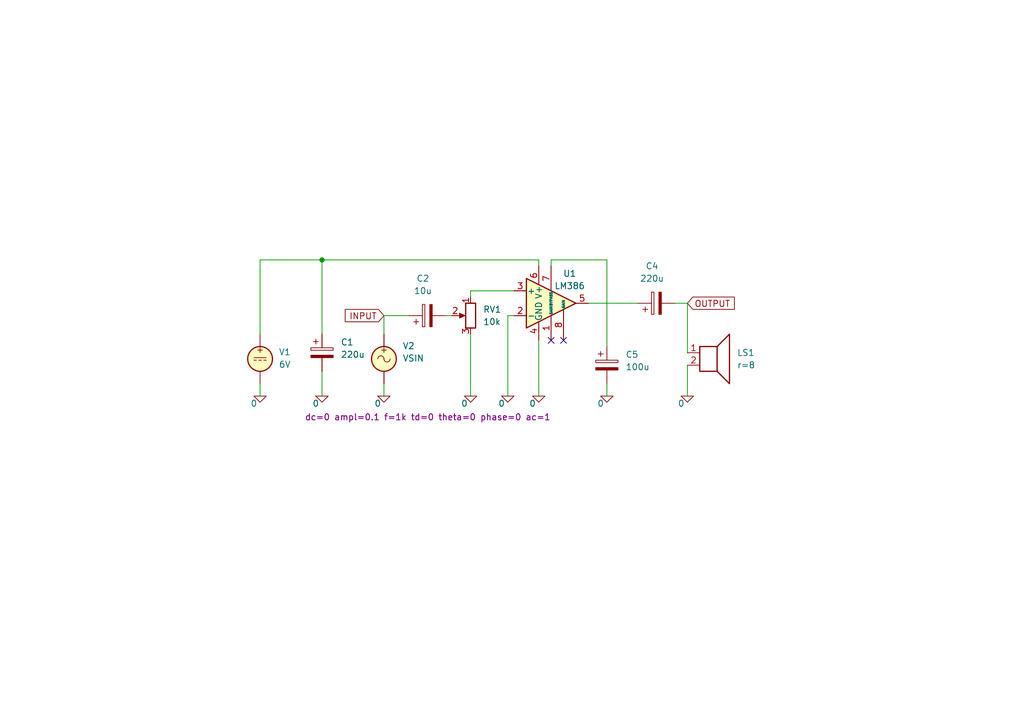
<source format=kicad_sch>
(kicad_sch
	(version 20231120)
	(generator "eeschema")
	(generator_version "8.0")
	(uuid "5f848165-ec96-4f3e-be14-bab1aa8ce7bc")
	(paper "A5")
	(lib_symbols
		(symbol "Amplifier_Audio:LM386"
			(pin_names
				(offset 0.127)
			)
			(exclude_from_sim no)
			(in_bom yes)
			(on_board yes)
			(property "Reference" "U"
				(at 1.27 7.62 0)
				(effects
					(font
						(size 1.27 1.27)
					)
					(justify left)
				)
			)
			(property "Value" "LM386"
				(at 1.27 5.08 0)
				(effects
					(font
						(size 1.27 1.27)
					)
					(justify left)
				)
			)
			(property "Footprint" ""
				(at 2.54 2.54 0)
				(effects
					(font
						(size 1.27 1.27)
					)
					(hide yes)
				)
			)
			(property "Datasheet" "http://www.ti.com/lit/ds/symlink/lm386.pdf"
				(at 5.08 5.08 0)
				(effects
					(font
						(size 1.27 1.27)
					)
					(hide yes)
				)
			)
			(property "Description" "Low Voltage Audio Power Amplifier, DIP-8/SOIC-8/SSOP-8"
				(at 0 0 0)
				(effects
					(font
						(size 1.27 1.27)
					)
					(hide yes)
				)
			)
			(property "ki_keywords" "single Power opamp"
				(at 0 0 0)
				(effects
					(font
						(size 1.27 1.27)
					)
					(hide yes)
				)
			)
			(property "ki_fp_filters" "SOIC*3.9x4.9mm*P1.27mm* DIP*W7.62mm* MSSOP*P0.65mm* TSSOP*3x3mm*P0.5mm*"
				(at 0 0 0)
				(effects
					(font
						(size 1.27 1.27)
					)
					(hide yes)
				)
			)
			(symbol "LM386_0_1"
				(polyline
					(pts
						(xy 5.08 0) (xy -5.08 5.08) (xy -5.08 -5.08) (xy 5.08 0)
					)
					(stroke
						(width 0.254)
						(type default)
					)
					(fill
						(type background)
					)
				)
			)
			(symbol "LM386_1_1"
				(pin input line
					(at 0 -7.62 90)
					(length 5.08)
					(name "GAIN"
						(effects
							(font
								(size 0.508 0.508)
							)
						)
					)
					(number "1"
						(effects
							(font
								(size 1.27 1.27)
							)
						)
					)
				)
				(pin input line
					(at -7.62 -2.54 0)
					(length 2.54)
					(name "-"
						(effects
							(font
								(size 1.27 1.27)
							)
						)
					)
					(number "2"
						(effects
							(font
								(size 1.27 1.27)
							)
						)
					)
				)
				(pin input line
					(at -7.62 2.54 0)
					(length 2.54)
					(name "+"
						(effects
							(font
								(size 1.27 1.27)
							)
						)
					)
					(number "3"
						(effects
							(font
								(size 1.27 1.27)
							)
						)
					)
				)
				(pin power_in line
					(at -2.54 -7.62 90)
					(length 3.81)
					(name "GND"
						(effects
							(font
								(size 1.27 1.27)
							)
						)
					)
					(number "4"
						(effects
							(font
								(size 1.27 1.27)
							)
						)
					)
				)
				(pin output line
					(at 7.62 0 180)
					(length 2.54)
					(name "~"
						(effects
							(font
								(size 1.27 1.27)
							)
						)
					)
					(number "5"
						(effects
							(font
								(size 1.27 1.27)
							)
						)
					)
				)
				(pin power_in line
					(at -2.54 7.62 270)
					(length 3.81)
					(name "V+"
						(effects
							(font
								(size 1.27 1.27)
							)
						)
					)
					(number "6"
						(effects
							(font
								(size 1.27 1.27)
							)
						)
					)
				)
				(pin input line
					(at 0 7.62 270)
					(length 5.08)
					(name "BYPASS"
						(effects
							(font
								(size 0.508 0.508)
							)
						)
					)
					(number "7"
						(effects
							(font
								(size 1.27 1.27)
							)
						)
					)
				)
				(pin input line
					(at 2.54 -7.62 90)
					(length 6.35)
					(name "GAIN"
						(effects
							(font
								(size 0.508 0.508)
							)
						)
					)
					(number "8"
						(effects
							(font
								(size 1.27 1.27)
							)
						)
					)
				)
			)
		)
		(symbol "Device:C_Polarized"
			(pin_numbers hide)
			(pin_names
				(offset 0.254)
			)
			(exclude_from_sim no)
			(in_bom yes)
			(on_board yes)
			(property "Reference" "C"
				(at 0.635 2.54 0)
				(effects
					(font
						(size 1.27 1.27)
					)
					(justify left)
				)
			)
			(property "Value" "C_Polarized"
				(at 0.635 -2.54 0)
				(effects
					(font
						(size 1.27 1.27)
					)
					(justify left)
				)
			)
			(property "Footprint" ""
				(at 0.9652 -3.81 0)
				(effects
					(font
						(size 1.27 1.27)
					)
					(hide yes)
				)
			)
			(property "Datasheet" "~"
				(at 0 0 0)
				(effects
					(font
						(size 1.27 1.27)
					)
					(hide yes)
				)
			)
			(property "Description" "Polarized capacitor"
				(at 0 0 0)
				(effects
					(font
						(size 1.27 1.27)
					)
					(hide yes)
				)
			)
			(property "ki_keywords" "cap capacitor"
				(at 0 0 0)
				(effects
					(font
						(size 1.27 1.27)
					)
					(hide yes)
				)
			)
			(property "ki_fp_filters" "CP_*"
				(at 0 0 0)
				(effects
					(font
						(size 1.27 1.27)
					)
					(hide yes)
				)
			)
			(symbol "C_Polarized_0_1"
				(rectangle
					(start -2.286 0.508)
					(end 2.286 1.016)
					(stroke
						(width 0)
						(type default)
					)
					(fill
						(type none)
					)
				)
				(polyline
					(pts
						(xy -1.778 2.286) (xy -0.762 2.286)
					)
					(stroke
						(width 0)
						(type default)
					)
					(fill
						(type none)
					)
				)
				(polyline
					(pts
						(xy -1.27 2.794) (xy -1.27 1.778)
					)
					(stroke
						(width 0)
						(type default)
					)
					(fill
						(type none)
					)
				)
				(rectangle
					(start 2.286 -0.508)
					(end -2.286 -1.016)
					(stroke
						(width 0)
						(type default)
					)
					(fill
						(type outline)
					)
				)
			)
			(symbol "C_Polarized_1_1"
				(pin passive line
					(at 0 3.81 270)
					(length 2.794)
					(name "~"
						(effects
							(font
								(size 1.27 1.27)
							)
						)
					)
					(number "1"
						(effects
							(font
								(size 1.27 1.27)
							)
						)
					)
				)
				(pin passive line
					(at 0 -3.81 90)
					(length 2.794)
					(name "~"
						(effects
							(font
								(size 1.27 1.27)
							)
						)
					)
					(number "2"
						(effects
							(font
								(size 1.27 1.27)
							)
						)
					)
				)
			)
		)
		(symbol "Device:R_Potentiometer"
			(pin_names
				(offset 1.016) hide)
			(exclude_from_sim no)
			(in_bom yes)
			(on_board yes)
			(property "Reference" "RV"
				(at -4.445 0 90)
				(effects
					(font
						(size 1.27 1.27)
					)
				)
			)
			(property "Value" "R_Potentiometer"
				(at -2.54 0 90)
				(effects
					(font
						(size 1.27 1.27)
					)
				)
			)
			(property "Footprint" ""
				(at 0 0 0)
				(effects
					(font
						(size 1.27 1.27)
					)
					(hide yes)
				)
			)
			(property "Datasheet" "~"
				(at 0 0 0)
				(effects
					(font
						(size 1.27 1.27)
					)
					(hide yes)
				)
			)
			(property "Description" "Potentiometer"
				(at 0 0 0)
				(effects
					(font
						(size 1.27 1.27)
					)
					(hide yes)
				)
			)
			(property "ki_keywords" "resistor variable"
				(at 0 0 0)
				(effects
					(font
						(size 1.27 1.27)
					)
					(hide yes)
				)
			)
			(property "ki_fp_filters" "Potentiometer*"
				(at 0 0 0)
				(effects
					(font
						(size 1.27 1.27)
					)
					(hide yes)
				)
			)
			(symbol "R_Potentiometer_0_1"
				(polyline
					(pts
						(xy 2.54 0) (xy 1.524 0)
					)
					(stroke
						(width 0)
						(type default)
					)
					(fill
						(type none)
					)
				)
				(polyline
					(pts
						(xy 1.143 0) (xy 2.286 0.508) (xy 2.286 -0.508) (xy 1.143 0)
					)
					(stroke
						(width 0)
						(type default)
					)
					(fill
						(type outline)
					)
				)
				(rectangle
					(start 1.016 2.54)
					(end -1.016 -2.54)
					(stroke
						(width 0.254)
						(type default)
					)
					(fill
						(type none)
					)
				)
			)
			(symbol "R_Potentiometer_1_1"
				(pin passive line
					(at 0 3.81 270)
					(length 1.27)
					(name "1"
						(effects
							(font
								(size 1.27 1.27)
							)
						)
					)
					(number "1"
						(effects
							(font
								(size 1.27 1.27)
							)
						)
					)
				)
				(pin passive line
					(at 3.81 0 180)
					(length 1.27)
					(name "2"
						(effects
							(font
								(size 1.27 1.27)
							)
						)
					)
					(number "2"
						(effects
							(font
								(size 1.27 1.27)
							)
						)
					)
				)
				(pin passive line
					(at 0 -3.81 90)
					(length 1.27)
					(name "3"
						(effects
							(font
								(size 1.27 1.27)
							)
						)
					)
					(number "3"
						(effects
							(font
								(size 1.27 1.27)
							)
						)
					)
				)
			)
		)
		(symbol "Device:Speaker"
			(pin_names
				(offset 0) hide)
			(exclude_from_sim no)
			(in_bom yes)
			(on_board yes)
			(property "Reference" "LS"
				(at 1.27 5.715 0)
				(effects
					(font
						(size 1.27 1.27)
					)
					(justify right)
				)
			)
			(property "Value" "Speaker"
				(at 1.27 3.81 0)
				(effects
					(font
						(size 1.27 1.27)
					)
					(justify right)
				)
			)
			(property "Footprint" ""
				(at 0 -5.08 0)
				(effects
					(font
						(size 1.27 1.27)
					)
					(hide yes)
				)
			)
			(property "Datasheet" "~"
				(at -0.254 -1.27 0)
				(effects
					(font
						(size 1.27 1.27)
					)
					(hide yes)
				)
			)
			(property "Description" "Speaker"
				(at 0 0 0)
				(effects
					(font
						(size 1.27 1.27)
					)
					(hide yes)
				)
			)
			(property "ki_keywords" "speaker sound"
				(at 0 0 0)
				(effects
					(font
						(size 1.27 1.27)
					)
					(hide yes)
				)
			)
			(symbol "Speaker_0_0"
				(rectangle
					(start -2.54 1.27)
					(end 1.016 -3.81)
					(stroke
						(width 0.254)
						(type default)
					)
					(fill
						(type none)
					)
				)
				(polyline
					(pts
						(xy 1.016 1.27) (xy 3.556 3.81) (xy 3.556 -6.35) (xy 1.016 -3.81)
					)
					(stroke
						(width 0.254)
						(type default)
					)
					(fill
						(type none)
					)
				)
			)
			(symbol "Speaker_1_1"
				(pin input line
					(at -5.08 0 0)
					(length 2.54)
					(name "1"
						(effects
							(font
								(size 1.27 1.27)
							)
						)
					)
					(number "1"
						(effects
							(font
								(size 1.27 1.27)
							)
						)
					)
				)
				(pin input line
					(at -5.08 -2.54 0)
					(length 2.54)
					(name "2"
						(effects
							(font
								(size 1.27 1.27)
							)
						)
					)
					(number "2"
						(effects
							(font
								(size 1.27 1.27)
							)
						)
					)
				)
			)
		)
		(symbol "Simulation_SPICE:0"
			(power)
			(pin_numbers hide)
			(pin_names
				(offset 0) hide)
			(exclude_from_sim no)
			(in_bom yes)
			(on_board yes)
			(property "Reference" "#GND"
				(at 0 -5.08 0)
				(effects
					(font
						(size 1.27 1.27)
					)
					(hide yes)
				)
			)
			(property "Value" "0"
				(at 0 -2.54 0)
				(effects
					(font
						(size 1.27 1.27)
					)
				)
			)
			(property "Footprint" ""
				(at 0 0 0)
				(effects
					(font
						(size 1.27 1.27)
					)
					(hide yes)
				)
			)
			(property "Datasheet" "https://ngspice.sourceforge.io/docs/ngspice-html-manual/manual.xhtml#subsec_Circuit_elements__device"
				(at 0 -10.16 0)
				(effects
					(font
						(size 1.27 1.27)
					)
					(hide yes)
				)
			)
			(property "Description" "0V reference potential for simulation"
				(at 0 -7.62 0)
				(effects
					(font
						(size 1.27 1.27)
					)
					(hide yes)
				)
			)
			(property "ki_keywords" "simulation"
				(at 0 0 0)
				(effects
					(font
						(size 1.27 1.27)
					)
					(hide yes)
				)
			)
			(symbol "0_0_1"
				(polyline
					(pts
						(xy -1.27 0) (xy 0 -1.27) (xy 1.27 0) (xy -1.27 0)
					)
					(stroke
						(width 0)
						(type default)
					)
					(fill
						(type none)
					)
				)
			)
			(symbol "0_1_1"
				(pin power_in line
					(at 0 0 0)
					(length 0)
					(name "~"
						(effects
							(font
								(size 1.016 1.016)
							)
						)
					)
					(number "1"
						(effects
							(font
								(size 1.016 1.016)
							)
						)
					)
				)
			)
		)
		(symbol "Simulation_SPICE:VDC"
			(pin_numbers hide)
			(pin_names
				(offset 0.0254)
			)
			(exclude_from_sim no)
			(in_bom yes)
			(on_board yes)
			(property "Reference" "V"
				(at 2.54 2.54 0)
				(effects
					(font
						(size 1.27 1.27)
					)
					(justify left)
				)
			)
			(property "Value" "1"
				(at 2.54 0 0)
				(effects
					(font
						(size 1.27 1.27)
					)
					(justify left)
				)
			)
			(property "Footprint" ""
				(at 0 0 0)
				(effects
					(font
						(size 1.27 1.27)
					)
					(hide yes)
				)
			)
			(property "Datasheet" "https://ngspice.sourceforge.io/docs/ngspice-html-manual/manual.xhtml#sec_Independent_Sources_for"
				(at 0 0 0)
				(effects
					(font
						(size 1.27 1.27)
					)
					(hide yes)
				)
			)
			(property "Description" "Voltage source, DC"
				(at 0 0 0)
				(effects
					(font
						(size 1.27 1.27)
					)
					(hide yes)
				)
			)
			(property "Sim.Pins" "1=+ 2=-"
				(at 0 0 0)
				(effects
					(font
						(size 1.27 1.27)
					)
					(hide yes)
				)
			)
			(property "Sim.Type" "DC"
				(at 0 0 0)
				(effects
					(font
						(size 1.27 1.27)
					)
					(hide yes)
				)
			)
			(property "Sim.Device" "V"
				(at 0 0 0)
				(effects
					(font
						(size 1.27 1.27)
					)
					(justify left)
					(hide yes)
				)
			)
			(property "ki_keywords" "simulation"
				(at 0 0 0)
				(effects
					(font
						(size 1.27 1.27)
					)
					(hide yes)
				)
			)
			(symbol "VDC_0_0"
				(polyline
					(pts
						(xy -1.27 0.254) (xy 1.27 0.254)
					)
					(stroke
						(width 0)
						(type default)
					)
					(fill
						(type none)
					)
				)
				(polyline
					(pts
						(xy -0.762 -0.254) (xy -1.27 -0.254)
					)
					(stroke
						(width 0)
						(type default)
					)
					(fill
						(type none)
					)
				)
				(polyline
					(pts
						(xy 0.254 -0.254) (xy -0.254 -0.254)
					)
					(stroke
						(width 0)
						(type default)
					)
					(fill
						(type none)
					)
				)
				(polyline
					(pts
						(xy 1.27 -0.254) (xy 0.762 -0.254)
					)
					(stroke
						(width 0)
						(type default)
					)
					(fill
						(type none)
					)
				)
				(text "+"
					(at 0 1.905 0)
					(effects
						(font
							(size 1.27 1.27)
						)
					)
				)
			)
			(symbol "VDC_0_1"
				(circle
					(center 0 0)
					(radius 2.54)
					(stroke
						(width 0.254)
						(type default)
					)
					(fill
						(type background)
					)
				)
			)
			(symbol "VDC_1_1"
				(pin passive line
					(at 0 5.08 270)
					(length 2.54)
					(name "~"
						(effects
							(font
								(size 1.27 1.27)
							)
						)
					)
					(number "1"
						(effects
							(font
								(size 1.27 1.27)
							)
						)
					)
				)
				(pin passive line
					(at 0 -5.08 90)
					(length 2.54)
					(name "~"
						(effects
							(font
								(size 1.27 1.27)
							)
						)
					)
					(number "2"
						(effects
							(font
								(size 1.27 1.27)
							)
						)
					)
				)
			)
		)
		(symbol "Simulation_SPICE:VSIN"
			(pin_numbers hide)
			(pin_names
				(offset 0.0254)
			)
			(exclude_from_sim no)
			(in_bom yes)
			(on_board yes)
			(property "Reference" "V"
				(at 2.54 2.54 0)
				(effects
					(font
						(size 1.27 1.27)
					)
					(justify left)
				)
			)
			(property "Value" "VSIN"
				(at 2.54 0 0)
				(effects
					(font
						(size 1.27 1.27)
					)
					(justify left)
				)
			)
			(property "Footprint" ""
				(at 0 0 0)
				(effects
					(font
						(size 1.27 1.27)
					)
					(hide yes)
				)
			)
			(property "Datasheet" "https://ngspice.sourceforge.io/docs/ngspice-html-manual/manual.xhtml#sec_Independent_Sources_for"
				(at 0 0 0)
				(effects
					(font
						(size 1.27 1.27)
					)
					(hide yes)
				)
			)
			(property "Description" "Voltage source, sinusoidal"
				(at 0 0 0)
				(effects
					(font
						(size 1.27 1.27)
					)
					(hide yes)
				)
			)
			(property "Sim.Pins" "1=+ 2=-"
				(at 0 0 0)
				(effects
					(font
						(size 1.27 1.27)
					)
					(hide yes)
				)
			)
			(property "Sim.Params" "dc=0 ampl=1 f=1k ac=1"
				(at 2.54 -2.54 0)
				(effects
					(font
						(size 1.27 1.27)
					)
					(justify left)
				)
			)
			(property "Sim.Type" "SIN"
				(at 0 0 0)
				(effects
					(font
						(size 1.27 1.27)
					)
					(hide yes)
				)
			)
			(property "Sim.Device" "V"
				(at 0 0 0)
				(effects
					(font
						(size 1.27 1.27)
					)
					(justify left)
					(hide yes)
				)
			)
			(property "ki_keywords" "simulation ac vac"
				(at 0 0 0)
				(effects
					(font
						(size 1.27 1.27)
					)
					(hide yes)
				)
			)
			(symbol "VSIN_0_0"
				(arc
					(start 0 0)
					(mid -0.635 0.6323)
					(end -1.27 0)
					(stroke
						(width 0)
						(type default)
					)
					(fill
						(type none)
					)
				)
				(arc
					(start 0 0)
					(mid 0.635 -0.6323)
					(end 1.27 0)
					(stroke
						(width 0)
						(type default)
					)
					(fill
						(type none)
					)
				)
				(text "+"
					(at 0 1.905 0)
					(effects
						(font
							(size 1.27 1.27)
						)
					)
				)
			)
			(symbol "VSIN_0_1"
				(circle
					(center 0 0)
					(radius 2.54)
					(stroke
						(width 0.254)
						(type default)
					)
					(fill
						(type background)
					)
				)
			)
			(symbol "VSIN_1_1"
				(pin passive line
					(at 0 5.08 270)
					(length 2.54)
					(name "~"
						(effects
							(font
								(size 1.27 1.27)
							)
						)
					)
					(number "1"
						(effects
							(font
								(size 1.27 1.27)
							)
						)
					)
				)
				(pin passive line
					(at 0 -5.08 90)
					(length 2.54)
					(name "~"
						(effects
							(font
								(size 1.27 1.27)
							)
						)
					)
					(number "2"
						(effects
							(font
								(size 1.27 1.27)
							)
						)
					)
				)
			)
		)
	)
	(junction
		(at 66.04 53.34)
		(diameter 0)
		(color 0 0 0 0)
		(uuid "f1b4a55f-61bc-4d84-ae66-fa0599cacc6d")
	)
	(no_connect
		(at 113.03 69.85)
		(uuid "1e995726-ebb0-4943-bdf1-c393f959afd9")
	)
	(no_connect
		(at 115.57 69.85)
		(uuid "9f57208f-584c-49df-bf0a-3cc43c5deeda")
	)
	(wire
		(pts
			(xy 140.97 62.23) (xy 140.97 72.39)
		)
		(stroke
			(width 0)
			(type default)
		)
		(uuid "0573aee1-aae2-4e35-9eb3-426aedcd22b2")
	)
	(wire
		(pts
			(xy 66.04 76.2) (xy 66.04 81.28)
		)
		(stroke
			(width 0)
			(type default)
		)
		(uuid "171e16cb-9479-4408-a128-d1e47f920739")
	)
	(wire
		(pts
			(xy 105.41 64.77) (xy 104.14 64.77)
		)
		(stroke
			(width 0)
			(type default)
		)
		(uuid "1bfd6c5e-33c8-4470-bb87-a620632553da")
	)
	(wire
		(pts
			(xy 124.46 53.34) (xy 124.46 71.12)
		)
		(stroke
			(width 0)
			(type default)
		)
		(uuid "1d481b2c-9b6e-459c-a91b-520b45a695ce")
	)
	(wire
		(pts
			(xy 124.46 78.74) (xy 124.46 81.28)
		)
		(stroke
			(width 0)
			(type default)
		)
		(uuid "1eecc98b-cebc-4bbd-879a-6557ba9fdc90")
	)
	(wire
		(pts
			(xy 66.04 53.34) (xy 66.04 68.58)
		)
		(stroke
			(width 0)
			(type default)
		)
		(uuid "30177051-0fd9-449e-827f-5fb4e128fbc7")
	)
	(wire
		(pts
			(xy 78.74 64.77) (xy 78.74 68.58)
		)
		(stroke
			(width 0)
			(type default)
		)
		(uuid "3d58bdc9-70e4-425e-a4f2-9c7d776da2f8")
	)
	(wire
		(pts
			(xy 53.34 78.74) (xy 53.34 81.28)
		)
		(stroke
			(width 0)
			(type default)
		)
		(uuid "498ddd7e-8a57-4f64-a9d1-1370f937b9e0")
	)
	(wire
		(pts
			(xy 92.71 64.77) (xy 91.44 64.77)
		)
		(stroke
			(width 0)
			(type default)
		)
		(uuid "5a4fdf9b-9228-437d-bf5f-e8e39c9fc316")
	)
	(wire
		(pts
			(xy 66.04 53.34) (xy 110.49 53.34)
		)
		(stroke
			(width 0)
			(type default)
		)
		(uuid "923550f8-7938-4e8f-ba59-674765e51ebb")
	)
	(wire
		(pts
			(xy 120.65 62.23) (xy 130.81 62.23)
		)
		(stroke
			(width 0)
			(type default)
		)
		(uuid "966386d1-c742-4082-85f5-df2f89e59475")
	)
	(wire
		(pts
			(xy 104.14 64.77) (xy 104.14 81.28)
		)
		(stroke
			(width 0)
			(type default)
		)
		(uuid "984fb87b-2a3d-4e74-ab5b-3fb425e1d944")
	)
	(wire
		(pts
			(xy 53.34 68.58) (xy 53.34 53.34)
		)
		(stroke
			(width 0)
			(type default)
		)
		(uuid "9cd54509-4e35-4f85-b1a1-515427ef6cdd")
	)
	(wire
		(pts
			(xy 113.03 53.34) (xy 124.46 53.34)
		)
		(stroke
			(width 0)
			(type default)
		)
		(uuid "a68248aa-4b34-4ca6-8c1e-5925877875d2")
	)
	(wire
		(pts
			(xy 78.74 64.77) (xy 83.82 64.77)
		)
		(stroke
			(width 0)
			(type default)
		)
		(uuid "abbdf3ec-ad47-4edd-9e42-f9aa2c275419")
	)
	(wire
		(pts
			(xy 140.97 74.93) (xy 140.97 81.28)
		)
		(stroke
			(width 0)
			(type default)
		)
		(uuid "ac51ad46-0275-4f73-bcc0-127e4df8bb7a")
	)
	(wire
		(pts
			(xy 110.49 69.85) (xy 110.49 81.28)
		)
		(stroke
			(width 0)
			(type default)
		)
		(uuid "b4ac4c7d-8e71-4007-8971-3d69d2ed7aa6")
	)
	(wire
		(pts
			(xy 140.97 62.23) (xy 138.43 62.23)
		)
		(stroke
			(width 0)
			(type default)
		)
		(uuid "c06e654c-7604-4887-876e-b181d66e46ae")
	)
	(wire
		(pts
			(xy 96.52 59.69) (xy 105.41 59.69)
		)
		(stroke
			(width 0)
			(type default)
		)
		(uuid "c958735d-2f5b-4451-8500-25c360c1dd5f")
	)
	(wire
		(pts
			(xy 53.34 53.34) (xy 66.04 53.34)
		)
		(stroke
			(width 0)
			(type default)
		)
		(uuid "d983abdb-a837-44a3-af62-13e058461d87")
	)
	(wire
		(pts
			(xy 110.49 53.34) (xy 110.49 54.61)
		)
		(stroke
			(width 0)
			(type default)
		)
		(uuid "e89dd351-6c4d-4821-bfc7-f30af695fa4b")
	)
	(wire
		(pts
			(xy 78.74 78.74) (xy 78.74 81.28)
		)
		(stroke
			(width 0)
			(type default)
		)
		(uuid "e9182d44-e388-4f73-bbb8-5d30814f499e")
	)
	(wire
		(pts
			(xy 96.52 60.96) (xy 96.52 59.69)
		)
		(stroke
			(width 0)
			(type default)
		)
		(uuid "eb3af5ec-8ac7-4b1d-a68b-ee4b0205644d")
	)
	(wire
		(pts
			(xy 96.52 68.58) (xy 96.52 81.28)
		)
		(stroke
			(width 0)
			(type default)
		)
		(uuid "f38d4381-452f-4de8-910b-37176f065064")
	)
	(wire
		(pts
			(xy 113.03 54.61) (xy 113.03 53.34)
		)
		(stroke
			(width 0)
			(type default)
		)
		(uuid "fa91e738-868c-4043-a0d4-ab7288d5dc38")
	)
	(global_label "OUTPUT"
		(shape input)
		(at 140.97 62.23 0)
		(fields_autoplaced yes)
		(effects
			(font
				(size 1.27 1.27)
			)
			(justify left)
		)
		(uuid "4fc78548-2783-45e2-b2a3-0c79146ae210")
		(property "Intersheetrefs" "${INTERSHEET_REFS}"
			(at 151.1519 62.23 0)
			(effects
				(font
					(size 1.27 1.27)
				)
				(justify left)
				(hide yes)
			)
		)
	)
	(global_label "INPUT"
		(shape input)
		(at 78.74 64.77 180)
		(fields_autoplaced yes)
		(effects
			(font
				(size 1.27 1.27)
			)
			(justify right)
		)
		(uuid "81347662-fd7b-4e70-9e2d-a4aaf46163ee")
		(property "Intersheetrefs" "${INTERSHEET_REFS}"
			(at 70.2514 64.77 0)
			(effects
				(font
					(size 1.27 1.27)
				)
				(justify right)
				(hide yes)
			)
		)
	)
	(symbol
		(lib_id "Simulation_SPICE:0")
		(at 66.04 81.28 0)
		(unit 1)
		(exclude_from_sim no)
		(in_bom yes)
		(on_board yes)
		(dnp no)
		(uuid "05523013-c1d0-4091-8c7f-c1fd9c3d5e29")
		(property "Reference" "#GND02"
			(at 66.04 86.36 0)
			(effects
				(font
					(size 1.27 1.27)
				)
				(hide yes)
			)
		)
		(property "Value" "0"
			(at 64.77 82.804 0)
			(effects
				(font
					(size 1.27 1.27)
				)
			)
		)
		(property "Footprint" ""
			(at 66.04 81.28 0)
			(effects
				(font
					(size 1.27 1.27)
				)
				(hide yes)
			)
		)
		(property "Datasheet" "https://ngspice.sourceforge.io/docs/ngspice-html-manual/manual.xhtml#subsec_Circuit_elements__device"
			(at 66.04 91.44 0)
			(effects
				(font
					(size 1.27 1.27)
				)
				(hide yes)
			)
		)
		(property "Description" "0V reference potential for simulation"
			(at 66.04 88.9 0)
			(effects
				(font
					(size 1.27 1.27)
				)
				(hide yes)
			)
		)
		(pin "1"
			(uuid "07012d03-38c7-419c-a1e9-b27192c1c4cd")
		)
		(instances
			(project "Kicad_Amplificador"
				(path "/5f848165-ec96-4f3e-be14-bab1aa8ce7bc"
					(reference "#GND02")
					(unit 1)
				)
			)
		)
	)
	(symbol
		(lib_id "Amplifier_Audio:LM386")
		(at 113.03 62.23 0)
		(unit 1)
		(exclude_from_sim no)
		(in_bom yes)
		(on_board yes)
		(dnp no)
		(uuid "05daa1a0-48cb-4ee8-bd44-5569350a403d")
		(property "Reference" "U1"
			(at 116.84 56.134 0)
			(effects
				(font
					(size 1.27 1.27)
				)
			)
		)
		(property "Value" "LM386"
			(at 116.84 58.674 0)
			(effects
				(font
					(size 1.27 1.27)
				)
			)
		)
		(property "Footprint" ""
			(at 115.57 59.69 0)
			(effects
				(font
					(size 1.27 1.27)
				)
				(hide yes)
			)
		)
		(property "Datasheet" "http://www.ti.com/lit/ds/symlink/lm386.pdf"
			(at 118.11 57.15 0)
			(effects
				(font
					(size 1.27 1.27)
				)
				(hide yes)
			)
		)
		(property "Description" "Low Voltage Audio Power Amplifier, DIP-8/SOIC-8/SSOP-8"
			(at 113.03 62.23 0)
			(effects
				(font
					(size 1.27 1.27)
				)
				(hide yes)
			)
		)
		(property "Sim.Library" "LM386.lib"
			(at 113.03 62.23 0)
			(effects
				(font
					(size 1.27 1.27)
				)
				(hide yes)
			)
		)
		(property "Sim.Name" "LM386_TI"
			(at 113.03 62.23 0)
			(effects
				(font
					(size 1.27 1.27)
				)
				(hide yes)
			)
		)
		(property "Sim.Device" "SUBCKT"
			(at 113.03 62.23 0)
			(effects
				(font
					(size 1.27 1.27)
				)
				(hide yes)
			)
		)
		(property "Sim.Pins" "1=G1 2=INN 3=INP 4=DGND 5=OUT 6=VS 7=BYPASS 8=G8"
			(at 113.03 62.23 0)
			(effects
				(font
					(size 1.27 1.27)
				)
				(hide yes)
			)
		)
		(pin "6"
			(uuid "d4385251-69f1-4aea-99a7-4dc191096f8e")
		)
		(pin "1"
			(uuid "4d42d816-8ccb-4df1-8401-4836f05b4e42")
		)
		(pin "3"
			(uuid "4959b8ff-ebff-4230-9db1-8e644b6baf6a")
		)
		(pin "7"
			(uuid "f5a46355-d02c-4aaf-b5b5-7932902e5163")
		)
		(pin "4"
			(uuid "9978d976-68ca-4f72-8243-ee7dd6511f0d")
		)
		(pin "2"
			(uuid "76bb66ec-1d8d-4a0b-a32a-7c4852b5a504")
		)
		(pin "8"
			(uuid "e7a566b1-96d2-4c40-992b-b2aa7db1d419")
		)
		(pin "5"
			(uuid "e74e4684-7da3-4935-976f-e01a6e917ecc")
		)
		(instances
			(project ""
				(path "/5f848165-ec96-4f3e-be14-bab1aa8ce7bc"
					(reference "U1")
					(unit 1)
				)
			)
		)
	)
	(symbol
		(lib_id "Device:C_Polarized")
		(at 124.46 74.93 0)
		(unit 1)
		(exclude_from_sim no)
		(in_bom yes)
		(on_board yes)
		(dnp no)
		(fields_autoplaced yes)
		(uuid "0abb754e-6b85-4434-875c-d6f449c45aa5")
		(property "Reference" "C5"
			(at 128.27 72.7709 0)
			(effects
				(font
					(size 1.27 1.27)
				)
				(justify left)
			)
		)
		(property "Value" "100u"
			(at 128.27 75.3109 0)
			(effects
				(font
					(size 1.27 1.27)
				)
				(justify left)
			)
		)
		(property "Footprint" ""
			(at 125.4252 78.74 0)
			(effects
				(font
					(size 1.27 1.27)
				)
				(hide yes)
			)
		)
		(property "Datasheet" "~"
			(at 124.46 74.93 0)
			(effects
				(font
					(size 1.27 1.27)
				)
				(hide yes)
			)
		)
		(property "Description" "Polarized capacitor"
			(at 124.46 74.93 0)
			(effects
				(font
					(size 1.27 1.27)
				)
				(hide yes)
			)
		)
		(pin "2"
			(uuid "e73a72d1-c238-45aa-803c-1777bffa4c81")
		)
		(pin "1"
			(uuid "76cce0d5-88f4-4606-8866-a6acdd49e452")
		)
		(instances
			(project "Kicad_Amplificador"
				(path "/5f848165-ec96-4f3e-be14-bab1aa8ce7bc"
					(reference "C5")
					(unit 1)
				)
			)
		)
	)
	(symbol
		(lib_id "Simulation_SPICE:0")
		(at 140.97 81.28 0)
		(unit 1)
		(exclude_from_sim no)
		(in_bom yes)
		(on_board yes)
		(dnp no)
		(uuid "337b3dad-4879-450e-9781-d8ca09008974")
		(property "Reference" "#GND07"
			(at 140.97 86.36 0)
			(effects
				(font
					(size 1.27 1.27)
				)
				(hide yes)
			)
		)
		(property "Value" "0"
			(at 139.7 82.804 0)
			(effects
				(font
					(size 1.27 1.27)
				)
			)
		)
		(property "Footprint" ""
			(at 140.97 81.28 0)
			(effects
				(font
					(size 1.27 1.27)
				)
				(hide yes)
			)
		)
		(property "Datasheet" "https://ngspice.sourceforge.io/docs/ngspice-html-manual/manual.xhtml#subsec_Circuit_elements__device"
			(at 140.97 91.44 0)
			(effects
				(font
					(size 1.27 1.27)
				)
				(hide yes)
			)
		)
		(property "Description" "0V reference potential for simulation"
			(at 140.97 88.9 0)
			(effects
				(font
					(size 1.27 1.27)
				)
				(hide yes)
			)
		)
		(pin "1"
			(uuid "fe3b7e38-ddbe-4d04-8959-64d979dd1bdc")
		)
		(instances
			(project ""
				(path "/5f848165-ec96-4f3e-be14-bab1aa8ce7bc"
					(reference "#GND07")
					(unit 1)
				)
			)
		)
	)
	(symbol
		(lib_id "Device:R_Potentiometer")
		(at 96.52 64.77 0)
		(mirror y)
		(unit 1)
		(exclude_from_sim no)
		(in_bom yes)
		(on_board yes)
		(dnp no)
		(uuid "3f724918-81cc-47b2-af7a-d7ee5b4223b4")
		(property "Reference" "RV1"
			(at 99.06 63.4999 0)
			(effects
				(font
					(size 1.27 1.27)
				)
				(justify right)
			)
		)
		(property "Value" "10k"
			(at 99.06 66.0399 0)
			(effects
				(font
					(size 1.27 1.27)
				)
				(justify right)
			)
		)
		(property "Footprint" ""
			(at 96.52 64.77 0)
			(effects
				(font
					(size 1.27 1.27)
				)
				(hide yes)
			)
		)
		(property "Datasheet" "~"
			(at 96.52 64.77 0)
			(effects
				(font
					(size 1.27 1.27)
				)
				(hide yes)
			)
		)
		(property "Description" "Potentiometer"
			(at 96.52 64.77 0)
			(effects
				(font
					(size 1.27 1.27)
				)
				(hide yes)
			)
		)
		(property "Sim.Device" "R"
			(at 96.52 64.77 0)
			(effects
				(font
					(size 1.27 1.27)
				)
				(hide yes)
			)
		)
		(property "Sim.Type" "POT"
			(at 96.52 64.77 0)
			(effects
				(font
					(size 1.27 1.27)
				)
				(hide yes)
			)
		)
		(property "Sim.Pins" "1=r0 2=wiper 3=r1"
			(at 96.52 64.77 0)
			(effects
				(font
					(size 1.27 1.27)
				)
				(hide yes)
			)
		)
		(property "Sim.Params" "r=10k pos=0.5"
			(at 96.52 64.77 0)
			(effects
				(font
					(size 1.27 1.27)
				)
				(hide yes)
			)
		)
		(pin "1"
			(uuid "85b057eb-3775-4107-a827-25a76c147102")
		)
		(pin "2"
			(uuid "6928ade5-6f12-4b66-87df-a009d12cb972")
		)
		(pin "3"
			(uuid "d157e700-be93-4410-8907-e637a1a5e1d0")
		)
		(instances
			(project ""
				(path "/5f848165-ec96-4f3e-be14-bab1aa8ce7bc"
					(reference "RV1")
					(unit 1)
				)
			)
		)
	)
	(symbol
		(lib_id "Simulation_SPICE:0")
		(at 96.52 81.28 0)
		(unit 1)
		(exclude_from_sim no)
		(in_bom yes)
		(on_board yes)
		(dnp no)
		(uuid "4e7428dd-4341-440f-8591-f3c805c5206f")
		(property "Reference" "#GND04"
			(at 96.52 86.36 0)
			(effects
				(font
					(size 1.27 1.27)
				)
				(hide yes)
			)
		)
		(property "Value" "0"
			(at 95.25 82.804 0)
			(effects
				(font
					(size 1.27 1.27)
				)
			)
		)
		(property "Footprint" ""
			(at 96.52 81.28 0)
			(effects
				(font
					(size 1.27 1.27)
				)
				(hide yes)
			)
		)
		(property "Datasheet" "https://ngspice.sourceforge.io/docs/ngspice-html-manual/manual.xhtml#subsec_Circuit_elements__device"
			(at 96.52 91.44 0)
			(effects
				(font
					(size 1.27 1.27)
				)
				(hide yes)
			)
		)
		(property "Description" "0V reference potential for simulation"
			(at 96.52 88.9 0)
			(effects
				(font
					(size 1.27 1.27)
				)
				(hide yes)
			)
		)
		(pin "1"
			(uuid "9fffe978-d5ef-4b11-85ba-15705487a5a1")
		)
		(instances
			(project "Kicad_Amplificador"
				(path "/5f848165-ec96-4f3e-be14-bab1aa8ce7bc"
					(reference "#GND04")
					(unit 1)
				)
			)
		)
	)
	(symbol
		(lib_id "Device:Speaker")
		(at 146.05 72.39 0)
		(unit 1)
		(exclude_from_sim no)
		(in_bom yes)
		(on_board yes)
		(dnp no)
		(fields_autoplaced yes)
		(uuid "4efb2f78-3138-4b93-9711-bbbc58c085e2")
		(property "Reference" "LS1"
			(at 151.13 72.3899 0)
			(effects
				(font
					(size 1.27 1.27)
				)
				(justify left)
			)
		)
		(property "Value" "${SIM.PARAMS}"
			(at 151.13 74.9299 0)
			(effects
				(font
					(size 1.27 1.27)
				)
				(justify left)
			)
		)
		(property "Footprint" ""
			(at 146.05 77.47 0)
			(effects
				(font
					(size 1.27 1.27)
				)
				(hide yes)
			)
		)
		(property "Datasheet" "~"
			(at 145.796 73.66 0)
			(effects
				(font
					(size 1.27 1.27)
				)
				(hide yes)
			)
		)
		(property "Description" "Speaker"
			(at 146.05 72.39 0)
			(effects
				(font
					(size 1.27 1.27)
				)
				(hide yes)
			)
		)
		(property "Sim.Device" "R"
			(at 146.05 72.39 0)
			(effects
				(font
					(size 1.27 1.27)
				)
				(hide yes)
			)
		)
		(property "Sim.Pins" "1=+ 2=-"
			(at 146.05 72.39 0)
			(effects
				(font
					(size 1.27 1.27)
				)
				(hide yes)
			)
		)
		(property "Sim.Params" "r=8"
			(at 146.05 72.39 0)
			(effects
				(font
					(size 1.27 1.27)
				)
				(hide yes)
			)
		)
		(pin "1"
			(uuid "817277ab-42d5-4460-b5ec-cc30771ce641")
		)
		(pin "2"
			(uuid "1cec966b-3b6d-49d0-b0a1-d0eac27768c8")
		)
		(instances
			(project ""
				(path "/5f848165-ec96-4f3e-be14-bab1aa8ce7bc"
					(reference "LS1")
					(unit 1)
				)
			)
		)
	)
	(symbol
		(lib_id "Simulation_SPICE:VSIN")
		(at 78.74 73.66 0)
		(unit 1)
		(exclude_from_sim no)
		(in_bom yes)
		(on_board yes)
		(dnp no)
		(uuid "55f8d389-fefa-4f6a-9668-8631e834c8be")
		(property "Reference" "V2"
			(at 82.55 70.9901 0)
			(effects
				(font
					(size 1.27 1.27)
				)
				(justify left)
			)
		)
		(property "Value" "VSIN"
			(at 82.55 73.5301 0)
			(effects
				(font
					(size 1.27 1.27)
				)
				(justify left)
			)
		)
		(property "Footprint" ""
			(at 78.74 73.66 0)
			(effects
				(font
					(size 1.27 1.27)
				)
				(hide yes)
			)
		)
		(property "Datasheet" "https://ngspice.sourceforge.io/docs/ngspice-html-manual/manual.xhtml#sec_Independent_Sources_for"
			(at 78.74 73.66 0)
			(effects
				(font
					(size 1.27 1.27)
				)
				(hide yes)
			)
		)
		(property "Description" "Voltage source, sinusoidal"
			(at 78.74 73.66 0)
			(effects
				(font
					(size 1.27 1.27)
				)
				(hide yes)
			)
		)
		(property "Sim.Pins" "1=+ 2=-"
			(at 78.74 73.66 0)
			(effects
				(font
					(size 1.27 1.27)
				)
				(hide yes)
			)
		)
		(property "Sim.Params" "dc=0 ampl=0.1 f=1k td=0 theta=0 phase=0 ac=1"
			(at 62.484 85.598 0)
			(effects
				(font
					(size 1.27 1.27)
				)
				(justify left)
			)
		)
		(property "Sim.Type" "SIN"
			(at 78.74 73.66 0)
			(effects
				(font
					(size 1.27 1.27)
				)
				(hide yes)
			)
		)
		(property "Sim.Device" "V"
			(at 78.74 73.66 0)
			(effects
				(font
					(size 1.27 1.27)
				)
				(justify left)
				(hide yes)
			)
		)
		(pin "2"
			(uuid "26db7a1b-fcfe-4073-a0f3-9a75c57e4898")
		)
		(pin "1"
			(uuid "a9416ff6-b565-4163-a06b-851db8190f6c")
		)
		(instances
			(project ""
				(path "/5f848165-ec96-4f3e-be14-bab1aa8ce7bc"
					(reference "V2")
					(unit 1)
				)
			)
		)
	)
	(symbol
		(lib_id "Device:C_Polarized")
		(at 134.62 62.23 90)
		(unit 1)
		(exclude_from_sim no)
		(in_bom yes)
		(on_board yes)
		(dnp no)
		(fields_autoplaced yes)
		(uuid "74c6db63-4154-4bb1-b886-31ca14de410a")
		(property "Reference" "C4"
			(at 133.731 54.61 90)
			(effects
				(font
					(size 1.27 1.27)
				)
			)
		)
		(property "Value" "220u"
			(at 133.731 57.15 90)
			(effects
				(font
					(size 1.27 1.27)
				)
			)
		)
		(property "Footprint" ""
			(at 138.43 61.2648 0)
			(effects
				(font
					(size 1.27 1.27)
				)
				(hide yes)
			)
		)
		(property "Datasheet" "~"
			(at 134.62 62.23 0)
			(effects
				(font
					(size 1.27 1.27)
				)
				(hide yes)
			)
		)
		(property "Description" "Polarized capacitor"
			(at 134.62 62.23 0)
			(effects
				(font
					(size 1.27 1.27)
				)
				(hide yes)
			)
		)
		(property "Sim.Device" "C"
			(at 134.62 62.23 0)
			(effects
				(font
					(size 1.27 1.27)
				)
				(hide yes)
			)
		)
		(property "Sim.Pins" "1=+ 2=-"
			(at 134.62 62.23 0)
			(effects
				(font
					(size 1.27 1.27)
				)
				(hide yes)
			)
		)
		(pin "2"
			(uuid "b53f10eb-0bd0-4fdc-8a1a-a4b6b13c6f0b")
		)
		(pin "1"
			(uuid "e9ae60d5-18ea-41c2-b0d1-4093c7044255")
		)
		(instances
			(project "Kicad_Amplificador"
				(path "/5f848165-ec96-4f3e-be14-bab1aa8ce7bc"
					(reference "C4")
					(unit 1)
				)
			)
		)
	)
	(symbol
		(lib_id "Device:C_Polarized")
		(at 87.63 64.77 90)
		(unit 1)
		(exclude_from_sim no)
		(in_bom yes)
		(on_board yes)
		(dnp no)
		(fields_autoplaced yes)
		(uuid "7a9cb203-70f9-4118-808e-71b06a572f93")
		(property "Reference" "C2"
			(at 86.741 57.15 90)
			(effects
				(font
					(size 1.27 1.27)
				)
			)
		)
		(property "Value" "10u"
			(at 86.741 59.69 90)
			(effects
				(font
					(size 1.27 1.27)
				)
			)
		)
		(property "Footprint" ""
			(at 91.44 63.8048 0)
			(effects
				(font
					(size 1.27 1.27)
				)
				(hide yes)
			)
		)
		(property "Datasheet" "~"
			(at 87.63 64.77 0)
			(effects
				(font
					(size 1.27 1.27)
				)
				(hide yes)
			)
		)
		(property "Description" "Polarized capacitor"
			(at 87.63 64.77 0)
			(effects
				(font
					(size 1.27 1.27)
				)
				(hide yes)
			)
		)
		(pin "2"
			(uuid "56a0db6c-df4c-4301-9f12-ecdb53e9b10e")
		)
		(pin "1"
			(uuid "ec60e9c2-f687-48f7-b8fa-37486889d30e")
		)
		(instances
			(project ""
				(path "/5f848165-ec96-4f3e-be14-bab1aa8ce7bc"
					(reference "C2")
					(unit 1)
				)
			)
		)
	)
	(symbol
		(lib_id "Simulation_SPICE:0")
		(at 110.49 81.28 0)
		(unit 1)
		(exclude_from_sim no)
		(in_bom yes)
		(on_board yes)
		(dnp no)
		(uuid "82735b01-419d-4ea2-970d-501237d712ac")
		(property "Reference" "#GND06"
			(at 110.49 86.36 0)
			(effects
				(font
					(size 1.27 1.27)
				)
				(hide yes)
			)
		)
		(property "Value" "0"
			(at 109.22 82.804 0)
			(effects
				(font
					(size 1.27 1.27)
				)
			)
		)
		(property "Footprint" ""
			(at 110.49 81.28 0)
			(effects
				(font
					(size 1.27 1.27)
				)
				(hide yes)
			)
		)
		(property "Datasheet" "https://ngspice.sourceforge.io/docs/ngspice-html-manual/manual.xhtml#subsec_Circuit_elements__device"
			(at 110.49 91.44 0)
			(effects
				(font
					(size 1.27 1.27)
				)
				(hide yes)
			)
		)
		(property "Description" "0V reference potential for simulation"
			(at 110.49 88.9 0)
			(effects
				(font
					(size 1.27 1.27)
				)
				(hide yes)
			)
		)
		(pin "1"
			(uuid "09486727-5ba6-4f5f-ab45-0c190fc758ab")
		)
		(instances
			(project "Kicad_Amplificador"
				(path "/5f848165-ec96-4f3e-be14-bab1aa8ce7bc"
					(reference "#GND06")
					(unit 1)
				)
			)
		)
	)
	(symbol
		(lib_id "Device:C_Polarized")
		(at 66.04 72.39 0)
		(unit 1)
		(exclude_from_sim no)
		(in_bom yes)
		(on_board yes)
		(dnp no)
		(fields_autoplaced yes)
		(uuid "888d9dae-c199-4037-9e40-e32d78e1bbe5")
		(property "Reference" "C1"
			(at 69.85 70.2309 0)
			(effects
				(font
					(size 1.27 1.27)
				)
				(justify left)
			)
		)
		(property "Value" "220u"
			(at 69.85 72.7709 0)
			(effects
				(font
					(size 1.27 1.27)
				)
				(justify left)
			)
		)
		(property "Footprint" ""
			(at 67.0052 76.2 0)
			(effects
				(font
					(size 1.27 1.27)
				)
				(hide yes)
			)
		)
		(property "Datasheet" "~"
			(at 66.04 72.39 0)
			(effects
				(font
					(size 1.27 1.27)
				)
				(hide yes)
			)
		)
		(property "Description" "Polarized capacitor"
			(at 66.04 72.39 0)
			(effects
				(font
					(size 1.27 1.27)
				)
				(hide yes)
			)
		)
		(pin "2"
			(uuid "3bce1022-76fd-4299-87bb-ef0f58803f20")
		)
		(pin "1"
			(uuid "76f0a05d-025e-4524-9afc-1c028c98c58d")
		)
		(instances
			(project "Kicad_Amplificador"
				(path "/5f848165-ec96-4f3e-be14-bab1aa8ce7bc"
					(reference "C1")
					(unit 1)
				)
			)
		)
	)
	(symbol
		(lib_id "Simulation_SPICE:0")
		(at 53.34 81.28 0)
		(unit 1)
		(exclude_from_sim no)
		(in_bom yes)
		(on_board yes)
		(dnp no)
		(uuid "c2621f8b-ce40-4d3a-bc6d-2c7782cf44eb")
		(property "Reference" "#GND01"
			(at 53.34 86.36 0)
			(effects
				(font
					(size 1.27 1.27)
				)
				(hide yes)
			)
		)
		(property "Value" "0"
			(at 52.07 82.804 0)
			(effects
				(font
					(size 1.27 1.27)
				)
			)
		)
		(property "Footprint" ""
			(at 53.34 81.28 0)
			(effects
				(font
					(size 1.27 1.27)
				)
				(hide yes)
			)
		)
		(property "Datasheet" "https://ngspice.sourceforge.io/docs/ngspice-html-manual/manual.xhtml#subsec_Circuit_elements__device"
			(at 53.34 91.44 0)
			(effects
				(font
					(size 1.27 1.27)
				)
				(hide yes)
			)
		)
		(property "Description" "0V reference potential for simulation"
			(at 53.34 88.9 0)
			(effects
				(font
					(size 1.27 1.27)
				)
				(hide yes)
			)
		)
		(pin "1"
			(uuid "67cc3e3c-8a6d-4ecd-a641-59b7f9d2bd04")
		)
		(instances
			(project "Kicad_Amplificador"
				(path "/5f848165-ec96-4f3e-be14-bab1aa8ce7bc"
					(reference "#GND01")
					(unit 1)
				)
			)
		)
	)
	(symbol
		(lib_id "Simulation_SPICE:VDC")
		(at 53.34 73.66 0)
		(unit 1)
		(exclude_from_sim no)
		(in_bom yes)
		(on_board yes)
		(dnp no)
		(fields_autoplaced yes)
		(uuid "c90b0ce2-125f-4a80-9450-220e7f9829f7")
		(property "Reference" "V1"
			(at 57.15 72.2601 0)
			(effects
				(font
					(size 1.27 1.27)
				)
				(justify left)
			)
		)
		(property "Value" "6V"
			(at 57.15 74.8001 0)
			(effects
				(font
					(size 1.27 1.27)
				)
				(justify left)
			)
		)
		(property "Footprint" ""
			(at 53.34 73.66 0)
			(effects
				(font
					(size 1.27 1.27)
				)
				(hide yes)
			)
		)
		(property "Datasheet" "https://ngspice.sourceforge.io/docs/ngspice-html-manual/manual.xhtml#sec_Independent_Sources_for"
			(at 53.34 73.66 0)
			(effects
				(font
					(size 1.27 1.27)
				)
				(hide yes)
			)
		)
		(property "Description" "Voltage source, DC"
			(at 53.34 73.66 0)
			(effects
				(font
					(size 1.27 1.27)
				)
				(hide yes)
			)
		)
		(property "Sim.Pins" "1=+ 2=-"
			(at 53.34 73.66 0)
			(effects
				(font
					(size 1.27 1.27)
				)
				(hide yes)
			)
		)
		(property "Sim.Type" "DC"
			(at 53.34 73.66 0)
			(effects
				(font
					(size 1.27 1.27)
				)
				(hide yes)
			)
		)
		(property "Sim.Device" "V"
			(at 53.34 73.66 0)
			(effects
				(font
					(size 1.27 1.27)
				)
				(justify left)
				(hide yes)
			)
		)
		(pin "1"
			(uuid "909d8cf6-aea5-48df-a5d5-9ab5fa74041a")
		)
		(pin "2"
			(uuid "30761f9c-a9b7-4f0f-a2e3-db608c48aa7c")
		)
		(instances
			(project ""
				(path "/5f848165-ec96-4f3e-be14-bab1aa8ce7bc"
					(reference "V1")
					(unit 1)
				)
			)
		)
	)
	(symbol
		(lib_id "Simulation_SPICE:0")
		(at 104.14 81.28 0)
		(unit 1)
		(exclude_from_sim no)
		(in_bom yes)
		(on_board yes)
		(dnp no)
		(uuid "d1f928e4-4167-45af-9e1a-fee161fd2434")
		(property "Reference" "#GND05"
			(at 104.14 86.36 0)
			(effects
				(font
					(size 1.27 1.27)
				)
				(hide yes)
			)
		)
		(property "Value" "0"
			(at 102.87 82.804 0)
			(effects
				(font
					(size 1.27 1.27)
				)
			)
		)
		(property "Footprint" ""
			(at 104.14 81.28 0)
			(effects
				(font
					(size 1.27 1.27)
				)
				(hide yes)
			)
		)
		(property "Datasheet" "https://ngspice.sourceforge.io/docs/ngspice-html-manual/manual.xhtml#subsec_Circuit_elements__device"
			(at 104.14 91.44 0)
			(effects
				(font
					(size 1.27 1.27)
				)
				(hide yes)
			)
		)
		(property "Description" "0V reference potential for simulation"
			(at 104.14 88.9 0)
			(effects
				(font
					(size 1.27 1.27)
				)
				(hide yes)
			)
		)
		(pin "1"
			(uuid "f36208a5-e04e-4587-b1fc-eb7e76656100")
		)
		(instances
			(project "Kicad_Amplificador"
				(path "/5f848165-ec96-4f3e-be14-bab1aa8ce7bc"
					(reference "#GND05")
					(unit 1)
				)
			)
		)
	)
	(symbol
		(lib_id "Simulation_SPICE:0")
		(at 78.74 81.28 0)
		(unit 1)
		(exclude_from_sim no)
		(in_bom yes)
		(on_board yes)
		(dnp no)
		(uuid "d4cf4183-21b0-4018-a473-c5096af65251")
		(property "Reference" "#GND03"
			(at 78.74 86.36 0)
			(effects
				(font
					(size 1.27 1.27)
				)
				(hide yes)
			)
		)
		(property "Value" "0"
			(at 77.47 82.804 0)
			(effects
				(font
					(size 1.27 1.27)
				)
			)
		)
		(property "Footprint" ""
			(at 78.74 81.28 0)
			(effects
				(font
					(size 1.27 1.27)
				)
				(hide yes)
			)
		)
		(property "Datasheet" "https://ngspice.sourceforge.io/docs/ngspice-html-manual/manual.xhtml#subsec_Circuit_elements__device"
			(at 78.74 91.44 0)
			(effects
				(font
					(size 1.27 1.27)
				)
				(hide yes)
			)
		)
		(property "Description" "0V reference potential for simulation"
			(at 78.74 88.9 0)
			(effects
				(font
					(size 1.27 1.27)
				)
				(hide yes)
			)
		)
		(pin "1"
			(uuid "2ad52695-4fac-49cd-8085-2c68707fdbc3")
		)
		(instances
			(project "Kicad_Amplificador"
				(path "/5f848165-ec96-4f3e-be14-bab1aa8ce7bc"
					(reference "#GND03")
					(unit 1)
				)
			)
		)
	)
	(symbol
		(lib_id "Simulation_SPICE:0")
		(at 124.46 81.28 0)
		(unit 1)
		(exclude_from_sim no)
		(in_bom yes)
		(on_board yes)
		(dnp no)
		(uuid "d57c4165-92bd-4a8b-ab69-9d620e93aad1")
		(property "Reference" "#GND08"
			(at 124.46 86.36 0)
			(effects
				(font
					(size 1.27 1.27)
				)
				(hide yes)
			)
		)
		(property "Value" "0"
			(at 123.19 82.804 0)
			(effects
				(font
					(size 1.27 1.27)
				)
			)
		)
		(property "Footprint" ""
			(at 124.46 81.28 0)
			(effects
				(font
					(size 1.27 1.27)
				)
				(hide yes)
			)
		)
		(property "Datasheet" "https://ngspice.sourceforge.io/docs/ngspice-html-manual/manual.xhtml#subsec_Circuit_elements__device"
			(at 124.46 91.44 0)
			(effects
				(font
					(size 1.27 1.27)
				)
				(hide yes)
			)
		)
		(property "Description" "0V reference potential for simulation"
			(at 124.46 88.9 0)
			(effects
				(font
					(size 1.27 1.27)
				)
				(hide yes)
			)
		)
		(pin "1"
			(uuid "7d9f8c9d-cba2-4926-9fc5-05bf381b3b7b")
		)
		(instances
			(project "Kicad_Amplificador"
				(path "/5f848165-ec96-4f3e-be14-bab1aa8ce7bc"
					(reference "#GND08")
					(unit 1)
				)
			)
		)
	)
	(sheet_instances
		(path "/"
			(page "1")
		)
	)
)

</source>
